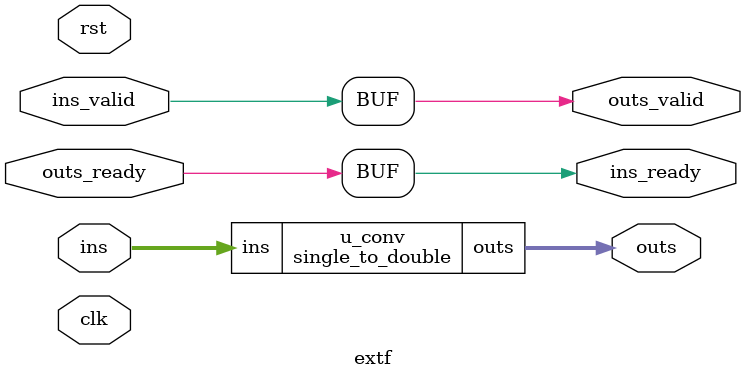
<source format=v>
module single_to_double (
    input  wire [31:0] ins,
    output wire [63:0] outs
);

    // IEEE-754 single format
    wire        sign_s;
    wire [7:0]  exp_s;
    wire [22:0] frac_s;

    assign sign_s = ins[31];
    assign exp_s  = ins[30:23];
    assign frac_s = ins[22:0];

    // IEEE-754 double format fields
    wire        sign_d;
    wire [10:0] exp_d;
    wire [51:0] frac_d;

    // Convert exponent:
    // exponent_bias_single = 127
    // exponent_bias_double = 1023
    // => exp_d = exp_s - 127 + 1023 = exp_s + 896
    assign sign_d = sign_s;

    assign exp_d  =
        (exp_s == 8'b0) ? 11'b0 :               // zero / subnormal to zero / subnormal
        (exp_s == 8'hFF) ? 11'h7FF :            // Inf/NaN
                           (exp_s + 11'd896);   // normal conversion

    // Convert fraction:
    // 23-bit to 52-bit by shifting left
    assign frac_d =
        (exp_s == 8'h00) ? {frac_s, 29'b0} :    // Subnormal: shift differently
                           {frac_s, 29'b0};     // Normal case

    assign outs = {sign_d, exp_d, frac_d};

endmodule


module extf #(
    parameter INPUT_TYPE  = 32,
    parameter OUTPUT_TYPE = 64
)(
    input  wire clk,
    input  wire rst,

    // input channel
    input  wire [INPUT_TYPE-1:0] ins,
    input  wire ins_valid,
    output wire ins_ready,

    // output channel
    output wire [OUTPUT_TYPE-1:0] outs,
    output wire outs_valid,
    input  wire outs_ready
);

    initial begin
        if (INPUT_TYPE != 32)
            $fatal("extf only supports single to double conversion!");
        if (OUTPUT_TYPE != 64)
            $fatal("extf only supports single to double conversion!!");
    end
    
    // Instantiate converter
    single_to_double u_conv (
        .ins  (ins),
        .outs (outs)
    );

    // simple pass-through handshake
    assign outs_valid = ins_valid;
    assign ins_ready  = outs_ready;

endmodule

</source>
